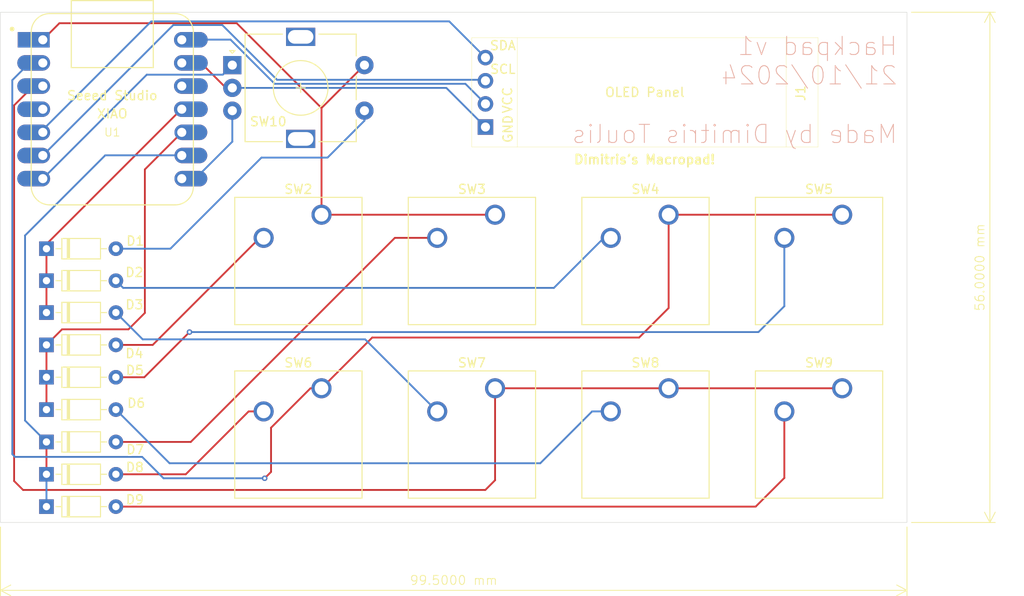
<source format=kicad_pcb>
(kicad_pcb (version 20240108) (generator "pcbnew") (generator_version "8.0")
  (layers (0 "F.Cu" signal) (31 "B.Cu" signal) (34 "B.Paste" user) (35 "F.Paste" user) (36 "B.SilkS" user "B.Silkscreen") (37 "F.SilkS" user "F.Silkscreen") (38 "B.Mask" user) (39 "F.Mask" user) (44 "Edge.Cuts" user))
  (net 0 "")
  (net 1 "Net-(D1-A)")
  (net 2 "GND")
  (net 3 "ROW0")
  (net 4 "Net-(D2-A)")
  (net 5 "Net-(D3-A)")
  (net 6 "Net-(D4-A)")
  (net 8 "ROW1")
  (net 9 "Net-(D5-A)")
  (net 11 "Net-(D6-A)")
  (net 12 "ROW2")
  (net 13 "Net-(D7-A)")
  (net 14 "Net-(D8-A)")
  (net 15 "Net-(D9-A)")
  (net 16 "SDA")
  (net 17 "VCC")
  (net 18 "SCL")
  (net 19 "COL0")
  (net 20 "COL1")
  (net 21 "COL2")
  (net 22 "ROTENCA")
  (net 23 "ROTENCB")
  (footprint "Diode_THT:D_DO-35_SOD27_P7.62mm_Horizontal" (layer "F.Cu") (at 71.85 80.1)
    (property "Reference" "D1" (at 9.75 -0.85 0) (layer "F.SilkS"))
    (property "Value" "D")
    (fp_line (start 1.04 0) (end 1.69 0) (stroke (width 0.12)) (layer "F.SilkS"))
    (fp_line (start 1.69 -1.12) (end 1.69 1.12) (stroke (width 0.12)) (layer "F.SilkS"))
    (fp_line (start 1.69 1.12) (end 5.93 1.12) (stroke (width 0.12)) (layer "F.SilkS"))
    (fp_line (start 2.29 -1.12) (end 2.29 1.12) (stroke (width 0.12)) (layer "F.SilkS"))
    (fp_line (start 2.41 -1.12) (end 2.41 1.12) (stroke (width 0.12)) (layer "F.SilkS"))
    (fp_line (start 2.53 -1.12) (end 2.53 1.12) (stroke (width 0.12)) (layer "F.SilkS"))
    (fp_line (start 5.93 -1.12) (end 1.69 -1.12) (stroke (width 0.12)) (layer "F.SilkS"))
    (fp_line (start 5.93 1.12) (end 5.93 -1.12) (stroke (width 0.12)) (layer "F.SilkS"))
    (fp_line (start 6.58 0) (end 5.93 0) (stroke (width 0.12)) (layer "F.SilkS"))
    (pad "1" thru_hole rect (at 0 0) (size 1.6 1.6) (drill 0.8) (layers "*.Cu" "*.Mask") (net 3 "ROW0"))
    (pad "2" thru_hole oval (at 7.62 0) (size 1.6 1.6) (drill 0.8) (layers "*.Cu" "*.Mask") (net 1 "Net-(D1-A)"))
  )
  (footprint "Diode_THT:D_DO-35_SOD27_P7.62mm_Horizontal" (layer "F.Cu") (at 71.85 90.66)
    (property "Reference" "D4" (at 9.65 0.94 0) (layer "F.SilkS"))
    (property "Value" "D")
    (fp_line (start 1.04 0) (end 1.69 0) (stroke (width 0.12)) (layer "F.SilkS"))
    (fp_line (start 1.69 -1.12) (end 1.69 1.12) (stroke (width 0.12)) (layer "F.SilkS"))
    (fp_line (start 1.69 1.12) (end 5.93 1.12) (stroke (width 0.12)) (layer "F.SilkS"))
    (fp_line (start 2.29 -1.12) (end 2.29 1.12) (stroke (width 0.12)) (layer "F.SilkS"))
    (fp_line (start 2.41 -1.12) (end 2.41 1.12) (stroke (width 0.12)) (layer "F.SilkS"))
    (fp_line (start 2.53 -1.12) (end 2.53 1.12) (stroke (width 0.12)) (layer "F.SilkS"))
    (fp_line (start 5.93 -1.12) (end 1.69 -1.12) (stroke (width 0.12)) (layer "F.SilkS"))
    (fp_line (start 5.93 1.12) (end 5.93 -1.12) (stroke (width 0.12)) (layer "F.SilkS"))
    (fp_line (start 6.58 0) (end 5.93 0) (stroke (width 0.12)) (layer "F.SilkS"))
    (pad "1" thru_hole rect (at 0 0) (size 1.6 1.6) (drill 0.8) (layers "*.Cu" "*.Mask") (net 8 "ROW1"))
    (pad "2" thru_hole oval (at 7.62 0) (size 1.6 1.6) (drill 0.8) (layers "*.Cu" "*.Mask") (net 6 "Net-(D4-A)"))
  )
  (footprint "Rotary_Encoder:RotaryEncoder_Alps_EC11E-Switch_Vertical_H20mm" (layer "F.Cu") (at 92.25 59.95)
    (property "Reference" "SW10" (at 3.95 6.2 0) (layer "F.SilkS"))
    (property "Value" "RotaryEncoder_Switch" (hide yes))
    (fp_line (start -0.3 -1.6) (end 0.3 -1.6) (stroke (width 0.12)) (layer "F.SilkS"))
    (fp_line (start 0 -1.3) (end -0.3 -1.6) (stroke (width 0.12)) (layer "F.SilkS"))
    (fp_line (start 0.3 -1.6) (end 0 -1.3) (stroke (width 0.12)) (layer "F.SilkS"))
    (fp_line (start 1.4 -3.4) (end 1.4 8.4) (stroke (width 0.12)) (layer "F.SilkS"))
    (fp_line (start 5.5 -3.4) (end 1.4 -3.4) (stroke (width 0.12)) (layer "F.SilkS"))
    (fp_line (start 5.5 8.4) (end 1.4 8.4) (stroke (width 0.12)) (layer "F.SilkS"))
    (fp_line (start 7 2.5) (end 8 2.5) (stroke (width 0.12)) (layer "F.SilkS"))
    (fp_line (start 7.5 2) (end 7.5 3) (stroke (width 0.12)) (layer "F.SilkS"))
    (fp_line (start 9.5 -3.4) (end 13.6 -3.4) (stroke (width 0.12)) (layer "F.SilkS"))
    (fp_line (start 13.6 -3.4) (end 13.6 -1) (stroke (width 0.12)) (layer "F.SilkS"))
    (fp_line (start 13.6 1.2) (end 13.6 3.8) (stroke (width 0.12)) (layer "F.SilkS"))
    (fp_line (start 13.6 6) (end 13.6 8.4) (stroke (width 0.12)) (layer "F.SilkS"))
    (fp_line (start 13.6 8.4) (end 9.5 8.4) (stroke (width 0.12)) (layer "F.SilkS"))
    (fp_circle (center 7.5 2.5) (end 10.5 2.5) (stroke (width 0.12)) (fill none) (layer "F.SilkS"))
    (pad "A" thru_hole rect (at 0 0) (size 2 2) (drill 1) (layers "*.Cu" "*.Mask") (net 22 "ROTENCA"))
    (pad "B" thru_hole circle (at 0 5) (size 2 2) (drill 1) (layers "*.Cu" "*.Mask") (net 23 "ROTENCB"))
    (pad "C" thru_hole circle (at 0 2.5) (size 2 2) (drill 1) (layers "*.Cu" "*.Mask") (net 2 "GND"))
    (pad "MP" thru_hole rect (at 7.5 -3.1) (size 3.2 2) (drill oval 2.8 1.5) (layers "*.Cu" "*.Mask"))
    (pad "MP" thru_hole rect (at 7.5 8.1) (size 3.2 2) (drill oval 2.8 1.5) (layers "*.Cu" "*.Mask"))
    (pad "S1" thru_hole circle (at 14.5 5) (size 2 2) (drill 1) (layers "*.Cu" "*.Mask") (net 1 "Net-(D1-A)"))
    (pad "S2" thru_hole circle (at 14.5 0) (size 2 2) (drill 1) (layers "*.Cu" "*.Mask") (net 19 "COL0"))
  )
  (footprint "Diode_THT:D_DO-35_SOD27_P7.62mm_Horizontal" (layer "F.Cu") (at 71.85 94.21)
    (property "Reference" "D5" (at 9.7 -0.76 0) (layer "F.SilkS"))
    (property "Value" "D")
    (fp_line (start 1.04 0) (end 1.69 0) (stroke (width 0.12)) (layer "F.SilkS"))
    (fp_line (start 1.69 -1.12) (end 1.69 1.12) (stroke (width 0.12)) (layer "F.SilkS"))
    (fp_line (start 1.69 1.12) (end 5.93 1.12) (stroke (width 0.12)) (layer "F.SilkS"))
    (fp_line (start 2.29 -1.12) (end 2.29 1.12) (stroke (width 0.12)) (layer "F.SilkS"))
    (fp_line (start 2.41 -1.12) (end 2.41 1.12) (stroke (width 0.12)) (layer "F.SilkS"))
    (fp_line (start 2.53 -1.12) (end 2.53 1.12) (stroke (width 0.12)) (layer "F.SilkS"))
    (fp_line (start 5.93 -1.12) (end 1.69 -1.12) (stroke (width 0.12)) (layer "F.SilkS"))
    (fp_line (start 5.93 1.12) (end 5.93 -1.12) (stroke (width 0.12)) (layer "F.SilkS"))
    (fp_line (start 6.58 0) (end 5.93 0) (stroke (width 0.12)) (layer "F.SilkS"))
    (pad "1" thru_hole rect (at 0 0) (size 1.6 1.6) (drill 0.8) (layers "*.Cu" "*.Mask") (net 8 "ROW1"))
    (pad "2" thru_hole oval (at 7.62 0) (size 1.6 1.6) (drill 0.8) (layers "*.Cu" "*.Mask") (net 9 "Net-(D5-A)"))
  )
  (footprint "Button_Switch_Keyboard:SW_Cherry_MX_1.00u_PCB" (layer "F.Cu") (at 102.04 76.37)
    (property "Reference" "SW2" (at -2.54 -2.794 0) (layer "F.SilkS"))
    (property "Value" "SW_Push" (hide yes))
    (fp_line (start -9.525 -1.905) (end 4.445 -1.905) (stroke (width 0.12)) (layer "F.SilkS"))
    (fp_line (start -9.525 12.065) (end -9.525 -1.905) (stroke (width 0.12)) (layer "F.SilkS"))
    (fp_line (start 4.445 -1.905) (end 4.445 12.065) (stroke (width 0.12)) (layer "F.SilkS"))
    (fp_line (start 4.445 12.065) (end -9.525 12.065) (stroke (width 0.12)) (layer "F.SilkS"))
    (pad "" np_thru_hole circle (at -7.62 5.08) (size 1.7 1.7) (drill 1.7) (layers "*.Cu" "*.Mask"))
    (pad "" np_thru_hole circle (at -2.54 5.08) (size 4 4) (drill 4) (layers "*.Cu" "*.Mask"))
    (pad "" np_thru_hole circle (at 2.54 5.08) (size 1.7 1.7) (drill 1.7) (layers "*.Cu" "*.Mask"))
    (pad "1" thru_hole circle (at 0 0) (size 2.2 2.2) (drill 1.5) (layers "*.Cu" "*.Mask") (net 19 "COL0"))
    (pad "2" thru_hole circle (at -6.35 2.54) (size 2.2 2.2) (drill 1.5) (layers "*.Cu" "*.Mask") (net 6 "Net-(D4-A)"))
  )
  (footprint "Diode_THT:D_DO-35_SOD27_P7.62mm_Horizontal" (layer "F.Cu") (at 71.85 104.86)
    (property "Reference" "D8" (at 9.7 -0.76 0) (layer "F.SilkS"))
    (property "Value" "D")
    (fp_line (start 1.04 0) (end 1.69 0) (stroke (width 0.12)) (layer "F.SilkS"))
    (fp_line (start 1.69 -1.12) (end 1.69 1.12) (stroke (width 0.12)) (layer "F.SilkS"))
    (fp_line (start 1.69 1.12) (end 5.93 1.12) (stroke (width 0.12)) (layer "F.SilkS"))
    (fp_line (start 2.29 -1.12) (end 2.29 1.12) (stroke (width 0.12)) (layer "F.SilkS"))
    (fp_line (start 2.41 -1.12) (end 2.41 1.12) (stroke (width 0.12)) (layer "F.SilkS"))
    (fp_line (start 2.53 -1.12) (end 2.53 1.12) (stroke (width 0.12)) (layer "F.SilkS"))
    (fp_line (start 5.93 -1.12) (end 1.69 -1.12) (stroke (width 0.12)) (layer "F.SilkS"))
    (fp_line (start 5.93 1.12) (end 5.93 -1.12) (stroke (width 0.12)) (layer "F.SilkS"))
    (fp_line (start 6.58 0) (end 5.93 0) (stroke (width 0.12)) (layer "F.SilkS"))
    (pad "1" thru_hole rect (at 0 0) (size 1.6 1.6) (drill 0.8) (layers "*.Cu" "*.Mask") (net 12 "ROW2"))
    (pad "2" thru_hole oval (at 7.62 0) (size 1.6 1.6) (drill 0.8) (layers "*.Cu" "*.Mask") (net 14 "Net-(D8-A)"))
  )
  (footprint "Button_Switch_Keyboard:SW_Cherry_MX_1.00u_PCB" (layer "F.Cu") (at 121.09 76.37)
    (property "Reference" "SW3" (at -2.54 -2.794 0) (layer "F.SilkS"))
    (property "Value" "SW_Push" (hide yes))
    (fp_line (start -9.525 -1.905) (end 4.445 -1.905) (stroke (width 0.12)) (layer "F.SilkS"))
    (fp_line (start -9.525 12.065) (end -9.525 -1.905) (stroke (width 0.12)) (layer "F.SilkS"))
    (fp_line (start 4.445 -1.905) (end 4.445 12.065) (stroke (width 0.12)) (layer "F.SilkS"))
    (fp_line (start 4.445 12.065) (end -9.525 12.065) (stroke (width 0.12)) (layer "F.SilkS"))
    (pad "" np_thru_hole circle (at -7.62 5.08) (size 1.7 1.7) (drill 1.7) (layers "*.Cu" "*.Mask"))
    (pad "" np_thru_hole circle (at -2.54 5.08) (size 4 4) (drill 4) (layers "*.Cu" "*.Mask"))
    (pad "" np_thru_hole circle (at 2.54 5.08) (size 1.7 1.7) (drill 1.7) (layers "*.Cu" "*.Mask"))
    (pad "1" thru_hole circle (at 0 0) (size 2.2 2.2) (drill 1.5) (layers "*.Cu" "*.Mask") (net 19 "COL0"))
    (pad "2" thru_hole circle (at -6.35 2.54) (size 2.2 2.2) (drill 1.5) (layers "*.Cu" "*.Mask") (net 13 "Net-(D7-A)"))
  )
  (footprint "Button_Switch_Keyboard:SW_Cherry_MX_1.00u_PCB" (layer "F.Cu") (at 159.19 76.37)
    (property "Reference" "SW5" (at -2.54 -2.794 0) (layer "F.SilkS"))
    (property "Value" "SW_Push" (hide yes))
    (fp_line (start -9.525 -1.905) (end 4.445 -1.905) (stroke (width 0.12)) (layer "F.SilkS"))
    (fp_line (start -9.525 12.065) (end -9.525 -1.905) (stroke (width 0.12)) (layer "F.SilkS"))
    (fp_line (start 4.445 -1.905) (end 4.445 12.065) (stroke (width 0.12)) (layer "F.SilkS"))
    (fp_line (start 4.445 12.065) (end -9.525 12.065) (stroke (width 0.12)) (layer "F.SilkS"))
    (pad "" np_thru_hole circle (at -7.62 5.08) (size 1.7 1.7) (drill 1.7) (layers "*.Cu" "*.Mask"))
    (pad "" np_thru_hole circle (at -2.54 5.08) (size 4 4) (drill 4) (layers "*.Cu" "*.Mask"))
    (pad "" np_thru_hole circle (at 2.54 5.08) (size 1.7 1.7) (drill 1.7) (layers "*.Cu" "*.Mask"))
    (pad "1" thru_hole circle (at 0 0) (size 2.2 2.2) (drill 1.5) (layers "*.Cu" "*.Mask") (net 20 "COL1"))
    (pad "2" thru_hole circle (at -6.35 2.54) (size 2.2 2.2) (drill 1.5) (layers "*.Cu" "*.Mask") (net 9 "Net-(D5-A)"))
  )
  (footprint "Diode_THT:D_DO-35_SOD27_P7.62mm_Horizontal" (layer "F.Cu") (at 71.85 97.76)
    (property "Reference" "D6" (at 9.85 -0.71 0) (layer "F.SilkS"))
    (property "Value" "D")
    (fp_line (start 1.04 0) (end 1.69 0) (stroke (width 0.12)) (layer "F.SilkS"))
    (fp_line (start 1.69 -1.12) (end 1.69 1.12) (stroke (width 0.12)) (layer "F.SilkS"))
    (fp_line (start 1.69 1.12) (end 5.93 1.12) (stroke (width 0.12)) (layer "F.SilkS"))
    (fp_line (start 2.29 -1.12) (end 2.29 1.12) (stroke (width 0.12)) (layer "F.SilkS"))
    (fp_line (start 2.41 -1.12) (end 2.41 1.12) (stroke (width 0.12)) (layer "F.SilkS"))
    (fp_line (start 2.53 -1.12) (end 2.53 1.12) (stroke (width 0.12)) (layer "F.SilkS"))
    (fp_line (start 5.93 -1.12) (end 1.69 -1.12) (stroke (width 0.12)) (layer "F.SilkS"))
    (fp_line (start 5.93 1.12) (end 5.93 -1.12) (stroke (width 0.12)) (layer "F.SilkS"))
    (fp_line (start 6.58 0) (end 5.93 0) (stroke (width 0.12)) (layer "F.SilkS"))
    (pad "1" thru_hole rect (at 0 0) (size 1.6 1.6) (drill 0.8) (layers "*.Cu" "*.Mask") (net 8 "ROW1"))
    (pad "2" thru_hole oval (at 7.62 0) (size 1.6 1.6) (drill 0.8) (layers "*.Cu" "*.Mask") (net 11 "Net-(D6-A)"))
  )
  (footprint "Button_Switch_Keyboard:SW_Cherry_MX_1.00u_PCB" (layer "F.Cu") (at 102.04 95.42)
    (property "Reference" "SW6" (at -2.54 -2.794 0) (layer "F.SilkS"))
    (property "Value" "SW_Push" (hide yes))
    (fp_line (start -9.525 -1.905) (end 4.445 -1.905) (stroke (width 0.12)) (layer "F.SilkS"))
    (fp_line (start -9.525 12.065) (end -9.525 -1.905) (stroke (width 0.12)) (layer "F.SilkS"))
    (fp_line (start 4.445 -1.905) (end 4.445 12.065) (stroke (width 0.12)) (layer "F.SilkS"))
    (fp_line (start 4.445 12.065) (end -9.525 12.065) (stroke (width 0.12)) (layer "F.SilkS"))
    (pad "" np_thru_hole circle (at -7.62 5.08) (size 1.7 1.7) (drill 1.7) (layers "*.Cu" "*.Mask"))
    (pad "" np_thru_hole circle (at -2.54 5.08) (size 4 4) (drill 4) (layers "*.Cu" "*.Mask"))
    (pad "" np_thru_hole circle (at 2.54 5.08) (size 1.7 1.7) (drill 1.7) (layers "*.Cu" "*.Mask"))
    (pad "1" thru_hole circle (at 0 0) (size 2.2 2.2) (drill 1.5) (layers "*.Cu" "*.Mask") (net 20 "COL1"))
    (pad "2" thru_hole circle (at -6.35 2.54) (size 2.2 2.2) (drill 1.5) (layers "*.Cu" "*.Mask") (net 14 "Net-(D8-A)"))
  )
  (footprint "Button_Switch_Keyboard:SW_Cherry_MX_1.00u_PCB" (layer "F.Cu") (at 140.14 95.42)
    (property "Reference" "SW8" (at -2.54 -2.794 0) (layer "F.SilkS"))
    (property "Value" "SW_Push" (hide yes))
    (fp_line (start -9.525 -1.905) (end 4.445 -1.905) (stroke (width 0.12)) (layer "F.SilkS"))
    (fp_line (start -9.525 12.065) (end -9.525 -1.905) (stroke (width 0.12)) (layer "F.SilkS"))
    (fp_line (start 4.445 -1.905) (end 4.445 12.065) (stroke (width 0.12)) (layer "F.SilkS"))
    (fp_line (start 4.445 12.065) (end -9.525 12.065) (stroke (width 0.12)) (layer "F.SilkS"))
    (pad "" np_thru_hole circle (at -7.62 5.08) (size 1.7 1.7) (drill 1.7) (layers "*.Cu" "*.Mask"))
    (pad "" np_thru_hole circle (at -2.54 5.08) (size 4 4) (drill 4) (layers "*.Cu" "*.Mask"))
    (pad "" np_thru_hole circle (at 2.54 5.08) (size 1.7 1.7) (drill 1.7) (layers "*.Cu" "*.Mask"))
    (pad "1" thru_hole circle (at 0 0) (size 2.2 2.2) (drill 1.5) (layers "*.Cu" "*.Mask") (net 21 "COL2"))
    (pad "2" thru_hole circle (at -6.35 2.54) (size 2.2 2.2) (drill 1.5) (layers "*.Cu" "*.Mask") (net 11 "Net-(D6-A)"))
  )
  (footprint "Diode_THT:D_DO-35_SOD27_P7.62mm_Horizontal" (layer "F.Cu") (at 71.85 87.11)
    (property "Reference" "D3" (at 9.65 -0.86 0) (layer "F.SilkS"))
    (property "Value" "D")
    (fp_line (start 1.04 0) (end 1.69 0) (stroke (width 0.12)) (layer "F.SilkS"))
    (fp_line (start 1.69 -1.12) (end 1.69 1.12) (stroke (width 0.12)) (layer "F.SilkS"))
    (fp_line (start 1.69 1.12) (end 5.93 1.12) (stroke (width 0.12)) (layer "F.SilkS"))
    (fp_line (start 2.29 -1.12) (end 2.29 1.12) (stroke (width 0.12)) (layer "F.SilkS"))
    (fp_line (start 2.41 -1.12) (end 2.41 1.12) (stroke (width 0.12)) (layer "F.SilkS"))
    (fp_line (start 2.53 -1.12) (end 2.53 1.12) (stroke (width 0.12)) (layer "F.SilkS"))
    (fp_line (start 5.93 -1.12) (end 1.69 -1.12) (stroke (width 0.12)) (layer "F.SilkS"))
    (fp_line (start 5.93 1.12) (end 5.93 -1.12) (stroke (width 0.12)) (layer "F.SilkS"))
    (fp_line (start 6.58 0) (end 5.93 0) (stroke (width 0.12)) (layer "F.SilkS"))
    (pad "1" thru_hole rect (at 0 0) (size 1.6 1.6) (drill 0.8) (layers "*.Cu" "*.Mask") (net 3 "ROW0"))
    (pad "2" thru_hole oval (at 7.62 0) (size 1.6 1.6) (drill 0.8) (layers "*.Cu" "*.Mask") (net 5 "Net-(D3-A)"))
  )
  (footprint "footprints:XIAO-Generic-Hybrid-14P-2.54-21X17.8MM" (layer "F.Cu") (at 79.075 64.79)
    (property "Reference" "U1" (at 0 2.54 0) (layer "F.SilkS") (effects (font (size 0.889 0.889) (thickness 0.1016))))
    (property "Value" "MOUDLE-SEEEDUINO-XIAO" (hide yes))
    (fp_line (start -8.9 -8.5) (end -8.9 8.5) (stroke (width 0.127)) (layer "F.SilkS"))
    (fp_line (start -6.9 10.5) (end 6.9 10.5) (stroke (width 0.127)) (layer "F.SilkS"))
    (fp_line (start -4.5 -11.92403) (end 4.5 -11.92403) (stroke (width 0.127)) (layer "F.SilkS"))
    (fp_line (start -4.5 -4.57073) (end -4.5 -11.92403) (stroke (width 0.127)) (layer "F.SilkS"))
    (fp_line (start 4.5 -11.92403) (end 4.5 -4.57073) (stroke (width 0.127)) (layer "F.SilkS"))
    (fp_line (start 4.5 -4.57073) (end -4.5 -4.57073) (stroke (width 0.127)) (layer "F.SilkS"))
    (fp_line (start 6.9 -10.49909) (end -6.9 -10.49909) (stroke (width 0.127)) (layer "F.SilkS"))
    (fp_line (start 8.9 8.5) (end 8.9 -8.5) (stroke (width 0.127)) (layer "F.SilkS"))
    (fp_arc (start -8.9 -8.5) (mid -8.301491 -9.901491) (end -6.9 -10.5) (stroke (width 0.12)) (layer "F.SilkS"))
    (fp_arc (start -6.9 10.5) (mid -8.301423 9.901423) (end -8.9 8.5) (stroke (width 0.12)) (layer "F.SilkS"))
    (fp_arc (start 6.9 -10.5) (mid 8.301494 -9.901494) (end 8.9 -8.5) (stroke (width 0.12)) (layer "F.SilkS"))
    (fp_arc (start 8.9 8.5) (mid 8.314214 9.914214) (end 6.9 10.5) (stroke (width 0.12)) (layer "F.SilkS"))
    (fp_circle (center -11 -8.8) (end -11 -9.054) (fill solid) (layer "F.SilkS"))
    (fp_poly (pts (xy -8.887715 -8.561705) (xy -8.884667 -8.610473) (xy -8.880603 -8.659494)) (stroke (width 0.0254)) (fill none) (layer "F.SilkS"))
    (fp_poly (pts (xy 8.889492 8.521574) (xy 8.887713 8.57085) (xy 8.884665 8.619618) (xy 8.880601 8.668639) (xy 8.875268 8.717407) (xy 8.868664 8.766175) (xy 8.861044 8.81469) (xy 8.852153 8.86295) (xy 8.842248 8.910955)) (stroke (width 0.0254)) (fill none) (layer "F.SilkS"))
    (fp_text user "Seeed Studio" (at 0 -1.5 0) (layer "F.SilkS"))
    (fp_text user "XIAO" (at 0 0.5 0) (layer "F.SilkS"))
    (pad "1" thru_hole rect (at -7.625 -7.62) (size 3.5 1.7) (drill 1 (offset -1 0)) (layers "*.Cu" "*.Mask") (net 19 "COL0"))
    (pad "2" thru_hole oval (at -7.625 -5.08) (size 3.6 1.7) (drill 1 (offset -1 0)) (layers "*.Cu" "*.Mask") (net 20 "COL1"))
    (pad "3" thru_hole oval (at -7.625 -2.54) (size 3.6 1.7) (drill 1 (offset -1 0)) (layers "*.Cu" "*.Mask") (net 21 "COL2"))
    (pad "4" thru_hole oval (at -7.625 0) (size 3.6 1.7) (drill 1 (offset -1 0)) (layers "*.Cu" "*.Mask"))
    (pad "5" thru_hole oval (at -7.625 2.54) (size 3.6 1.7) (drill 1 (offset -1 0)) (layers "*.Cu" "*.Mask") (net 16 "SDA"))
    (pad "6" thru_hole oval (at -7.625 5.08 180) (size 3.6 1.7) (drill 1 (offset 1 0)) (layers "*.Cu" "*.Mask") (net 18 "SCL"))
    (pad "7" thru_hole oval (at -7.625 7.62) (size 3.6 1.7) (drill 1 (offset -1 0)) (layers "*.Cu" "*.Mask") (net 22 "ROTENCA"))
    (pad "8" thru_hole oval (at 7.625 7.62) (size 3.6 1.7) (drill 1 (offset 1 0)) (layers "*.Cu" "*.Mask") (net 23 "ROTENCB"))
    (pad "9" thru_hole oval (at 7.625 5.08) (size 3.6 1.7) (drill 1 (offset 1 0)) (layers "*.Cu" "*.Mask") (net 12 "ROW2"))
    (pad "10" thru_hole oval (at 7.625 2.54) (size 3.6 1.7) (drill 1 (offset 1 0)) (layers "*.Cu" "*.Mask") (net 8 "ROW1"))
    (pad "11" thru_hole oval (at 7.625 0) (size 3.7 1.7) (drill 1 (offset 1 0)) (layers "*.Cu" "*.Mask") (net 3 "ROW0"))
    (pad "12" thru_hole oval (at 7.625 -2.54) (size 3.7 1.7) (drill 1 (offset 1 0)) (layers "*.Cu" "*.Mask"))
    (pad "13" thru_hole oval (at 7.625 -5.08) (size 3.7 1.7) (drill 1 (offset 1 0)) (layers "*.Cu" "*.Mask") (net 2 "GND"))
    (pad "14" thru_hole oval (at 7.625 -7.62) (size 3.7 1.7) (drill 1 (offset 1 0)) (layers "*.Cu" "*.Mask") (net 17 "VCC"))
  )
  (footprint "Diode_THT:D_DO-35_SOD27_P7.62mm_Horizontal" (layer "F.Cu") (at 71.85 108.41)
    (property "Reference" "D9" (at 9.7 -0.76 0) (layer "F.SilkS"))
    (property "Value" "D")
    (fp_line (start 1.04 0) (end 1.69 0) (stroke (width 0.12)) (layer "F.SilkS"))
    (fp_line (start 1.69 -1.12) (end 1.69 1.12) (stroke (width 0.12)) (layer "F.SilkS"))
    (fp_line (start 1.69 1.12) (end 5.93 1.12) (stroke (width 0.12)) (layer "F.SilkS"))
    (fp_line (start 2.29 -1.12) (end 2.29 1.12) (stroke (width 0.12)) (layer "F.SilkS"))
    (fp_line (start 2.41 -1.12) (end 2.41 1.12) (stroke (width 0.12)) (layer "F.SilkS"))
    (fp_line (start 2.53 -1.12) (end 2.53 1.12) (stroke (width 0.12)) (layer "F.SilkS"))
    (fp_line (start 5.93 -1.12) (end 1.69 -1.12) (stroke (width 0.12)) (layer "F.SilkS"))
    (fp_line (start 5.93 1.12) (end 5.93 -1.12) (stroke (width 0.12)) (layer "F.SilkS"))
    (fp_line (start 6.58 0) (end 5.93 0) (stroke (width 0.12)) (layer "F.SilkS"))
    (pad "1" thru_hole rect (at 0 0) (size 1.6 1.6) (drill 0.8) (layers "*.Cu" "*.Mask") (net 12 "ROW2"))
    (pad "2" thru_hole oval (at 7.62 0) (size 1.6 1.6) (drill 0.8) (layers "*.Cu" "*.Mask") (net 15 "Net-(D9-A)"))
  )
  (footprint "Button_Switch_Keyboard:SW_Cherry_MX_1.00u_PCB" (layer "F.Cu") (at 140.14 76.37)
    (property "Reference" "SW4" (at -2.54 -2.794 0) (layer "F.SilkS"))
    (property "Value" "SW_Push" (hide yes))
    (fp_line (start -9.525 -1.905) (end 4.445 -1.905) (stroke (width 0.12)) (layer "F.SilkS"))
    (fp_line (start -9.525 12.065) (end -9.525 -1.905) (stroke (width 0.12)) (layer "F.SilkS"))
    (fp_line (start 4.445 -1.905) (end 4.445 12.065) (stroke (width 0.12)) (layer "F.SilkS"))
    (fp_line (start 4.445 12.065) (end -9.525 12.065) (stroke (width 0.12)) (layer "F.SilkS"))
    (pad "" np_thru_hole circle (at -7.62 5.08) (size 1.7 1.7) (drill 1.7) (layers "*.Cu" "*.Mask"))
    (pad "" np_thru_hole circle (at -2.54 5.08) (size 4 4) (drill 4) (layers "*.Cu" "*.Mask"))
    (pad "" np_thru_hole circle (at 2.54 5.08) (size 1.7 1.7) (drill 1.7) (layers "*.Cu" "*.Mask"))
    (pad "1" thru_hole circle (at 0 0) (size 2.2 2.2) (drill 1.5) (layers "*.Cu" "*.Mask") (net 20 "COL1"))
    (pad "2" thru_hole circle (at -6.35 2.54) (size 2.2 2.2) (drill 1.5) (layers "*.Cu" "*.Mask") (net 4 "Net-(D2-A)"))
  )
  (footprint "Diode_THT:D_DO-35_SOD27_P7.62mm_Horizontal" (layer "F.Cu") (at 71.85 83.61)
    (property "Reference" "D2" (at 9.65 -0.91 0) (layer "F.SilkS"))
    (property "Value" "D")
    (fp_line (start 1.04 0) (end 1.69 0) (stroke (width 0.12)) (layer "F.SilkS"))
    (fp_line (start 1.69 -1.12) (end 1.69 1.12) (stroke (width 0.12)) (layer "F.SilkS"))
    (fp_line (start 1.69 1.12) (end 5.93 1.12) (stroke (width 0.12)) (layer "F.SilkS"))
    (fp_line (start 2.29 -1.12) (end 2.29 1.12) (stroke (width 0.12)) (layer "F.SilkS"))
    (fp_line (start 2.41 -1.12) (end 2.41 1.12) (stroke (width 0.12)) (layer "F.SilkS"))
    (fp_line (start 2.53 -1.12) (end 2.53 1.12) (stroke (width 0.12)) (layer "F.SilkS"))
    (fp_line (start 5.93 -1.12) (end 1.69 -1.12) (stroke (width 0.12)) (layer "F.SilkS"))
    (fp_line (start 5.93 1.12) (end 5.93 -1.12) (stroke (width 0.12)) (layer "F.SilkS"))
    (fp_line (start 6.58 0) (end 5.93 0) (stroke (width 0.12)) (layer "F.SilkS"))
    (pad "1" thru_hole rect (at 0 0) (size 1.6 1.6) (drill 0.8) (layers "*.Cu" "*.Mask") (net 3 "ROW0"))
    (pad "2" thru_hole oval (at 7.62 0) (size 1.6 1.6) (drill 0.8) (layers "*.Cu" "*.Mask") (net 4 "Net-(D2-A)"))
  )
  (footprint "Button_Switch_Keyboard:SW_Cherry_MX_1.00u_PCB" (layer "F.Cu") (at 159.19 95.42)
    (property "Reference" "SW9" (at -2.54 -2.794 0) (layer "F.SilkS"))
    (property "Value" "SW_Push" (hide yes))
    (fp_line (start -9.525 -1.905) (end 4.445 -1.905) (stroke (width 0.12)) (layer "F.SilkS"))
    (fp_line (start -9.525 12.065) (end -9.525 -1.905) (stroke (width 0.12)) (layer "F.SilkS"))
    (fp_line (start 4.445 -1.905) (end 4.445 12.065) (stroke (width 0.12)) (layer "F.SilkS"))
    (fp_line (start 4.445 12.065) (end -9.525 12.065) (stroke (width 0.12)) (layer "F.SilkS"))
    (pad "" np_thru_hole circle (at -7.62 5.08) (size 1.7 1.7) (drill 1.7) (layers "*.Cu" "*.Mask"))
    (pad "" np_thru_hole circle (at -2.54 5.08) (size 4 4) (drill 4) (layers "*.Cu" "*.Mask"))
    (pad "" np_thru_hole circle (at 2.54 5.08) (size 1.7 1.7) (drill 1.7) (layers "*.Cu" "*.Mask"))
    (pad "1" thru_hole circle (at 0 0) (size 2.2 2.2) (drill 1.5) (layers "*.Cu" "*.Mask") (net 21 "COL2"))
    (pad "2" thru_hole circle (at -6.35 2.54) (size 2.2 2.2) (drill 1.5) (layers "*.Cu" "*.Mask") (net 15 "Net-(D9-A)"))
  )
  (footprint "KiCad-SSD1306-0.91-OLED-4pin-128x32:SSD1306-0.91-OLED-4pin-128x32" (layer "F.Cu") (at 156.535 68.935 180)
    (property "Reference" "J1" (at 1.9 5.91 90) (layer "F.SilkS"))
    (property "Value" "OLED_DISPLAY" (hide yes))
    (fp_line (start 38 12) (end 38 0) (stroke (width 0.04)) (layer "F.SilkS"))
    (fp_line (start 38 0) (end 0 0) (stroke (width 0.04)) (layer "F.SilkS"))
    (fp_line (start 33 0) (end 33 12) (stroke (width 0.04)) (layer "F.SilkS"))
    (fp_line (start 3.5 0) (end 3.5 12) (stroke (width 0.04)) (layer "F.SilkS"))
    (fp_line (start 0 12) (end 38 12) (stroke (width 0.04)) (layer "F.SilkS"))
    (fp_line (start 0 0) (end 0 12) (stroke (width 0.04)) (layer "F.SilkS"))
    (fp_text user "GND" (at 34.035 1.985 90) (layer "F.SilkS"))
    (fp_text user "SDA" (at 34.585 11.135 0) (layer "F.SilkS"))
    (fp_text user "SCL" (at 34.585 8.535 0) (layer "F.SilkS"))
    (fp_text user "OLED Panel" (at 19 6 0) (layer "F.SilkS"))
    (fp_text user "VCC" (at 34.085 5.135 -90) (layer "F.SilkS"))
    (pad "1" thru_hole rect (at 36.5 2.19 180) (size 1.7 1.7) (drill 1) (layers "*.Cu" "*.Mask") (net 2 "GND"))
    (pad "2" thru_hole oval (at 36.5 4.73 180) (size 1.7 1.7) (drill 1) (layers "*.Cu" "*.Mask") (net 17 "VCC"))
    (pad "3" thru_hole oval (at 36.5 7.27 180) (size 1.7 1.7) (drill 1) (layers "*.Cu" "*.Mask") (net 18 "SCL"))
    (pad "4" thru_hole oval (at 36.5 9.81 180) (size 1.7 1.7) (drill 1) (layers "*.Cu" "*.Mask") (net 16 "SDA"))
  )
  (footprint "Diode_THT:D_DO-35_SOD27_P7.62mm_Horizontal" (layer "F.Cu") (at 71.85 101.31)
    (property "Reference" "D7" (at 9.75 0.84 0) (layer "F.SilkS"))
    (property "Value" "D")
    (fp_line (start 1.04 0) (end 1.69 0) (stroke (width 0.12)) (layer "F.SilkS"))
    (fp_line (start 1.69 -1.12) (end 1.69 1.12) (stroke (width 0.12)) (layer "F.SilkS"))
    (fp_line (start 1.69 1.12) (end 5.93 1.12) (stroke (width 0.12)) (layer "F.SilkS"))
    (fp_line (start 2.29 -1.12) (end 2.29 1.12) (stroke (width 0.12)) (layer "F.SilkS"))
    (fp_line (start 2.41 -1.12) (end 2.41 1.12) (stroke (width 0.12)) (layer "F.SilkS"))
    (fp_line (start 2.53 -1.12) (end 2.53 1.12) (stroke (width 0.12)) (layer "F.SilkS"))
    (fp_line (start 5.93 -1.12) (end 1.69 -1.12) (stroke (width 0.12)) (layer "F.SilkS"))
    (fp_line (start 5.93 1.12) (end 5.93 -1.12) (stroke (width 0.12)) (layer "F.SilkS"))
    (fp_line (start 6.58 0) (end 5.93 0) (stroke (width 0.12)) (layer "F.SilkS"))
    (pad "1" thru_hole rect (at 0 0) (size 1.6 1.6) (drill 0.8) (layers "*.Cu" "*.Mask") (net 12 "ROW2"))
    (pad "2" thru_hole oval (at 7.62 0) (size 1.6 1.6) (drill 0.8) (layers "*.Cu" "*.Mask") (net 13 "Net-(D7-A)"))
  )
  (footprint "Button_Switch_Keyboard:SW_Cherry_MX_1.00u_PCB" (layer "F.Cu") (at 121.09 95.42)
    (property "Reference" "SW7" (at -2.54 -2.794 0) (layer "F.SilkS"))
    (property "Value" "SW_Push" (hide yes))
    (fp_line (start -9.525 -1.905) (end 4.445 -1.905) (stroke (width 0.12)) (layer "F.SilkS"))
    (fp_line (start -9.525 12.065) (end -9.525 -1.905) (stroke (width 0.12)) (layer "F.SilkS"))
    (fp_line (start 4.445 -1.905) (end 4.445 12.065) (stroke (width 0.12)) (layer "F.SilkS"))
    (fp_line (start 4.445 12.065) (end -9.525 12.065) (stroke (width 0.12)) (layer "F.SilkS"))
    (pad "" np_thru_hole circle (at -7.62 5.08) (size 1.7 1.7) (drill 1.7) (layers "*.Cu" "*.Mask"))
    (pad "" np_thru_hole circle (at -2.54 5.08) (size 4 4) (drill 4) (layers "*.Cu" "*.Mask"))
    (pad "" np_thru_hole circle (at 2.54 5.08) (size 1.7 1.7) (drill 1.7) (layers "*.Cu" "*.Mask"))
    (pad "1" thru_hole circle (at 0 0) (size 2.2 2.2) (drill 1.5) (layers "*.Cu" "*.Mask") (net 21 "COL2"))
    (pad "2" thru_hole circle (at -6.35 2.54) (size 2.2 2.2) (drill 1.5) (layers "*.Cu" "*.Mask") (net 5 "Net-(D3-A)"))
  )
  (gr_rect (start 66.8 54.15) (end 166.3 110.15) (stroke (width 0.05)) (fill none) (layer "Edge.Cuts"))
  (gr_text "Hackpad v1\n21/10/2024\n\nMade by Dimitris Toulis" (at 165.35 68.7 0) (layer "B.SilkS") (effects (font (size 2 2) (thickness 0.1)) (justify left bottom mirror)))
  (gr_text "Dimitris's Macropad!" (at 137.5 70.9 0) (layer "F.SilkS") (effects (font (size 1 1) (thickness 0.2) (bold yes)) (justify bottom)))
  (dimension (type aligned) (layer "F.SilkS") (pts (xy 166.3 110.15) (xy 66.8 110.15)) (height -7.45) (gr_text "99.5000 mm" (at 116.55 116.5 0) (layer "F.SilkS") (effects (font (size 1 1) (thickness 0.1)))) (format (prefix "") (suffix "") (units 3) (units_format 1) (precision 4)) (style (thickness 0.1) (arrow_length 1.27) (text_position_mode 0) (extension_height 0.58642) (extension_offset 0.5) keep_text_aligned))
  (dimension (type aligned) (layer "F.SilkS") (pts (xy 166.3 54.15) (xy 166.3 110.15)) (height -9.1) (gr_text "56.0000 mm" (at 174.3 82.15 90) (layer "F.SilkS") (effects (font (size 1 1) (thickness 0.1)))) (format (prefix "") (suffix "") (units 3) (units_format 1) (precision 4)) (style (thickness 0.1) (arrow_length 1.27) (text_position_mode 0) (extension_height 0.58642) (extension_offset 0.5) keep_text_aligned))
  (segment (start 79.435 80.1) (end 85.45 80.1) (width 0.2) (layer "B.Cu") (net 1))
  (segment (start 95.45 70.1) (end 102.7 70.1) (width 0.2) (layer "B.Cu") (net 1))
  (segment (start 79.425 80.09) (end 79.435 80.1) (width 0.2) (layer "B.Cu") (net 1))
  (segment (start 85.45 80.1) (end 95.45 70.1) (width 0.2) (layer "B.Cu") (net 1))
  (segment (start 106.78 64.98) (end 106.78 65.25) (width 0.2) (layer "B.Cu") (net 1))
  (segment (start 106.75 64.95) (end 106.78 64.98) (width 0.2) (layer "B.Cu") (net 1))
  (segment (start 102.7 70.1) (end 106.75 66.05) (width 0.2) (layer "B.Cu") (net 1))
  (segment (start 106.75 66.05) (end 106.75 64.95) (width 0.2) (layer "B.Cu") (net 1))
  (segment (start 92.25 62.45) (end 91.55 62.45) (width 0.2) (layer "F.Cu") (net 2))
  (segment (start 88.81 59.71) (end 86.7 59.71) (width 0.2) (layer "F.Cu") (net 2))
  (segment (start 91.55 62.45) (end 88.81 59.71) (width 0.2) (layer "F.Cu") (net 2))
  (segment (start 119.885 66.945) (end 119.885 66.935) (width 0.2) (layer "B.Cu") (net 2))
  (segment (start 115.74 62.45) (end 92.25 62.45) (width 0.2) (layer "B.Cu") (net 2))
  (segment (start 120.035 66.745) (end 115.74 62.45) (width 0.2) (layer "B.Cu") (net 2))
  (segment (start 120.035 66.745) (end 119.695 66.745) (width 0.2) (layer "B.Cu") (net 2))
  (segment (start 86.7 64.79) (end 86.66 64.79) (width 0.2) (layer "F.Cu") (net 3))
  (segment (start 71.805 80.09) (end 71.85 80.135) (width 0.2) (layer "F.Cu") (net 3))
  (segment (start 86.66 64.79) (end 71.805 79.645) (width 0.2) (layer "F.Cu") (net 3))
  (segment (start 71.85 80.1) (end 71.85 83.61) (width 0.2) (layer "F.Cu") (net 3))
  (segment (start 71.85 83.61) (end 71.85 87.11) (width 0.2) (layer "F.Cu") (net 3))
  (segment (start 71.805 79.645) (end 71.805 80.09) (width 0.2) (layer "F.Cu") (net 3))
  (segment (start 80.269999 84.399999) (end 127.550001 84.399999) (width 0.2) (layer "B.Cu") (net 4))
  (segment (start 127.550001 84.399999) (end 133.04 78.91) (width 0.2) (layer "B.Cu") (net 4))
  (segment (start 133.04 78.91) (end 133.79 78.91) (width 0.2) (layer "B.Cu") (net 4))
  (segment (start 79.47 83.6) (end 80.269999 84.399999) (width 0.2) (layer "B.Cu") (net 4))
  (segment (start 106.83 90.05) (end 114.74 97.96) (width 0.2) (layer "B.Cu") (net 5))
  (segment (start 82.41 90.05) (end 106.83 90.05) (width 0.2) (layer "B.Cu") (net 5))
  (segment (start 79.47 87.11) (end 82.41 90.05) (width 0.2) (layer "B.Cu") (net 5))
  (segment (start 79.47 90.66) (end 83.512944 90.66) (width 0.2) (layer "F.Cu") (net 6))
  (segment (start 95.262944 78.91) (end 95.69 78.91) (width 0.2) (layer "F.Cu") (net 6))
  (segment (start 83.512944 90.66) (end 95.262944 78.91) (width 0.2) (layer "F.Cu") (net 6))
  (segment (start 82.65 71.4) (end 82.65 87.15) (width 0.2) (layer "F.Cu") (net 8))
  (segment (start 82.65 87.15) (end 80.85 88.95) (width 0.2) (layer "F.Cu") (net 8))
  (segment (start 71.85 90.66) (end 71.85 94.21) (width 0.2) (layer "F.Cu") (net 8))
  (segment (start 86.7 67.35) (end 82.65 71.4) (width 0.2) (layer "F.Cu") (net 8))
  (segment (start 71.85 94.21) (end 71.85 97.76) (width 0.2) (layer "F.Cu") (net 8))
  (segment (start 80.85 88.95) (end 73.56 88.95) (width 0.2) (layer "F.Cu") (net 8))
  (segment (start 86.7 67.33) (end 86.7 67.35) (width 0.2) (layer "F.Cu") (net 8))
  (segment (start 73.56 88.95) (end 71.85 90.66) (width 0.2) (layer "F.Cu") (net 8))
  (segment (start 87.55 89.25) (end 82.59 94.21) (width 0.2) (layer "F.Cu") (net 9))
  (segment (start 82.59 94.21) (end 79.47 94.21) (width 0.2) (layer "F.Cu") (net 9))
  (via (at 87.55 89.25) (size 0.6) (drill 0.3) (layers "F.Cu" "B.Cu") (net 9))
  (segment (start 150 89.25) (end 152.84 86.41) (width 0.2) (layer "B.Cu") (net 9))
  (segment (start 87.55 89.25) (end 150 89.25) (width 0.2) (layer "B.Cu") (net 9))
  (segment (start 152.84 86.41) (end 152.84 78.91) (width 0.2) (layer "B.Cu") (net 9))
  (segment (start 133.79 97.96) (end 131.74 97.96) (width 0.2) (layer "B.Cu") (net 11))
  (segment (start 126.05 103.65) (end 85.36 103.65) (width 0.2) (layer "B.Cu") (net 11))
  (segment (start 85.36 103.65) (end 79.47 97.76) (width 0.2) (layer "B.Cu") (net 11))
  (segment (start 131.74 97.96) (end 126.05 103.65) (width 0.2) (layer "B.Cu") (net 11))
  (segment (start 71.85 101.31) (end 71.85 104.86) (width 0.2) (layer "F.Cu") (net 12))
  (segment (start 69.5 98.96) (end 69.5 78.65) (width 0.2) (layer "B.Cu") (net 12))
  (segment (start 71.85 101.31) (end 69.5 98.96) (width 0.2) (layer "B.Cu") (net 12))
  (segment (start 86.68 69.85) (end 86.7 69.87) (width 0.2) (layer "B.Cu") (net 12))
  (segment (start 69.5 78.65) (end 78.3 69.85) (width 0.2) (layer "B.Cu") (net 12))
  (segment (start 71.85 104.86) (end 71.85 108.41) (width 0.2) (layer "B.Cu") (net 12))
  (segment (start 78.3 69.85) (end 86.68 69.85) (width 0.2) (layer "B.Cu") (net 12))
  (segment (start 87.69 101.31) (end 79.47 101.31) (width 0.2) (layer "F.Cu") (net 13))
  (segment (start 114.74 78.91) (end 110.09 78.91) (width 0.2) (layer "F.Cu") (net 13))
  (segment (start 110.09 78.91) (end 87.69 101.31) (width 0.2) (layer "F.Cu") (net 13))
  (segment (start 94.04 97.96) (end 95.69 97.96) (width 0.2) (layer "F.Cu") (net 14))
  (segment (start 87.14 104.86) (end 94.04 97.96) (width 0.2) (layer "F.Cu") (net 14))
  (segment (start 79.47 104.86) (end 87.14 104.86) (width 0.2) (layer "F.Cu") (net 14))
  (segment (start 79.47 108.41) (end 149.69 108.41) (width 0.2) (layer "F.Cu") (net 15))
  (segment (start 149.69 108.41) (end 152.84 105.26) (width 0.2) (layer "F.Cu") (net 15))
  (segment (start 152.84 105.26) (end 152.84 97.96) (width 0.2) (layer "F.Cu") (net 15))
  (segment (start 83.35 55.15) (end 71.45 67.05) (width 0.2) (layer "B.Cu") (net 16))
  (segment (start 71.45 67.05) (end 71.45 67.33) (width 0.2) (layer "B.Cu") (net 16))
  (segment (start 120.035 59.125) (end 116.06 55.15) (width 0.2) (layer "B.Cu") (net 16))
  (segment (start 116.06 55.15) (end 83.35 55.15) (width 0.2) (layer "B.Cu") (net 16))
  (segment (start 117.83 62) (end 96.9 62) (width 0.2) (layer "B.Cu") (net 17))
  (segment (start 86.72 57.15) (end 86.7 57.17) (width 0.2) (layer "B.Cu") (net 17))
  (segment (start 96.9 62) (end 92.05 57.15) (width 0.2) (layer "B.Cu") (net 17))
  (segment (start 120.035 64.205) (end 117.83 62) (width 0.2) (layer "B.Cu") (net 17))
  (segment (start 119.885 64.405) (end 119.885 64.385) (width 0.2) (layer "B.Cu") (net 17))
  (segment (start 92.05 57.15) (end 86.72 57.15) (width 0.2) (layer "B.Cu") (net 17))
  (segment (start 91.145686 55.55) (end 85.77 55.55) (width 0.2) (layer "B.Cu") (net 18))
  (segment (start 119.93 61.56) (end 97.155686 61.56) (width 0.2) (layer "B.Cu") (net 18))
  (segment (start 120.035 61.665) (end 119.93 61.56) (width 0.2) (layer "B.Cu") (net 18))
  (segment (start 85.77 55.55) (end 71.45 69.87) (width 0.2) (layer "B.Cu") (net 18))
  (segment (start 97.155686 61.56) (end 91.145686 55.55) (width 0.2) (layer "B.Cu") (net 18))
  (segment (start 106.75 59.95) (end 102.04 64.66) (width 0.2) (layer "F.Cu") (net 19))
  (segment (start 73.27 55.35) (end 71.45 57.17) (width 0.2) (layer "F.Cu") (net 19))
  (segment (start 102.04 76.37) (end 121.09 76.37) (width 0.2) (layer "F.Cu") (net 19))
  (segment (start 92.73 55.35) (end 73.27 55.35) (width 0.2) (layer "F.Cu") (net 19))
  (segment (start 102.04 64.66) (end 92.73 55.35) (width 0.2) (layer "F.Cu") (net 19))
  (segment (start 106.78 59.98) (end 106.75 59.95) (width 0.2) (layer "F.Cu") (net 19))
  (segment (start 102.04 64.66) (end 102.04 76.37) (width 0.2) (layer "F.Cu") (net 19))
  (segment (start 106.78 60.25) (end 106.78 59.98) (width 0.2) (layer "F.Cu") (net 19))
  (segment (start 96.5 99.75) (end 100.83 95.42) (width 0.2) (layer "F.Cu") (net 20))
  (segment (start 140.14 76.37) (end 140.14 86.61) (width 0.2) (layer "F.Cu") (net 20))
  (segment (start 159.19 76.37) (end 140.14 76.37) (width 0.2) (layer "F.Cu") (net 20))
  (segment (start 95.8 105.3) (end 96.5 104.6) (width 0.2) (layer "F.Cu") (net 20))
  (segment (start 107.61 89.85) (end 102.04 95.42) (width 0.2) (layer "F.Cu") (net 20))
  (segment (start 100.83 95.42) (end 102.04 95.42) (width 0.2) (layer "F.Cu") (net 20))
  (segment (start 96.5 104.6) (end 96.5 99.75) (width 0.2) (layer "F.Cu") (net 20))
  (segment (start 140.14 86.61) (end 136.9 89.85) (width 0.2) (layer "F.Cu") (net 20))
  (segment (start 136.9 89.85) (end 107.61 89.85) (width 0.2) (layer "F.Cu") (net 20))
  (via (at 95.8 105.3) (size 0.6) (drill 0.3) (layers "F.Cu" "B.Cu") (net 20))
  (segment (start 68.1 61.6) (end 68.1 102.65) (width 0.2) (layer "B.Cu") (net 20))
  (segment (start 69.99 59.71) (end 68.1 61.6) (width 0.2) (layer "B.Cu") (net 20))
  (segment (start 68.1 102.65) (end 68.4 102.95) (width 0.2) (layer "B.Cu") (net 20))
  (segment (start 84.7 105.3) (end 95.8 105.3) (width 0.2) (layer "B.Cu") (net 20))
  (segment (start 82.35 102.95) (end 84.7 105.3) (width 0.2) (layer "B.Cu") (net 20))
  (segment (start 71.45 59.71) (end 69.99 59.71) (width 0.2) (layer "B.Cu") (net 20))
  (segment (start 68.4 102.95) (end 82.35 102.95) (width 0.2) (layer "B.Cu") (net 20))
  (segment (start 68.3 64.363654) (end 70.413654 62.25) (width 0.2) (layer "F.Cu") (net 21))
  (segment (start 70.413654 62.25) (end 71.45 62.25) (width 0.2) (layer "F.Cu") (net 21))
  (segment (start 120.02 106.58) (end 69.28 106.58) (width 0.2) (layer "F.Cu") (net 21))
  (segment (start 159.19 95.42) (end 140.14 95.42) (width 0.2) (layer "F.Cu") (net 21))
  (segment (start 121.09 105.49) (end 121.1 105.5) (width 0.2) (layer "F.Cu") (net 21))
  (segment (start 140.14 95.42) (end 121.09 95.42) (width 0.2) (layer "F.Cu") (net 21))
  (segment (start 121.1 105.5) (end 120.02 106.58) (width 0.2) (layer "F.Cu") (net 21))
  (segment (start 68.3 105.6) (end 68.3 64.363654) (width 0.2) (layer "F.Cu") (net 21))
  (segment (start 121.09 95.42) (end 121.09 105.49) (width 0.2) (layer "F.Cu") (net 21))
  (segment (start 69.28 106.58) (end 68.3 105.6) (width 0.2) (layer "F.Cu") (net 21))
  (segment (start 82.86 61) (end 71.45 72.41) (width 0.2) (layer "B.Cu") (net 22))
  (segment (start 92.25 59.95) (end 91.2 61) (width 0.2) (layer "B.Cu") (net 22))
  (segment (start 91.2 61) (end 82.86 61) (width 0.2) (layer "B.Cu") (net 22))
  (segment (start 92.25 68.35) (end 88.19 72.41) (width 0.2) (layer "B.Cu") (net 23))
  (segment (start 88.19 72.41) (end 86.7 72.41) (width 0.2) (layer "B.Cu") (net 23))
  (segment (start 92.25 64.95) (end 92.25 68.35) (width 0.2) (layer "B.Cu") (net 23))
)
</source>
